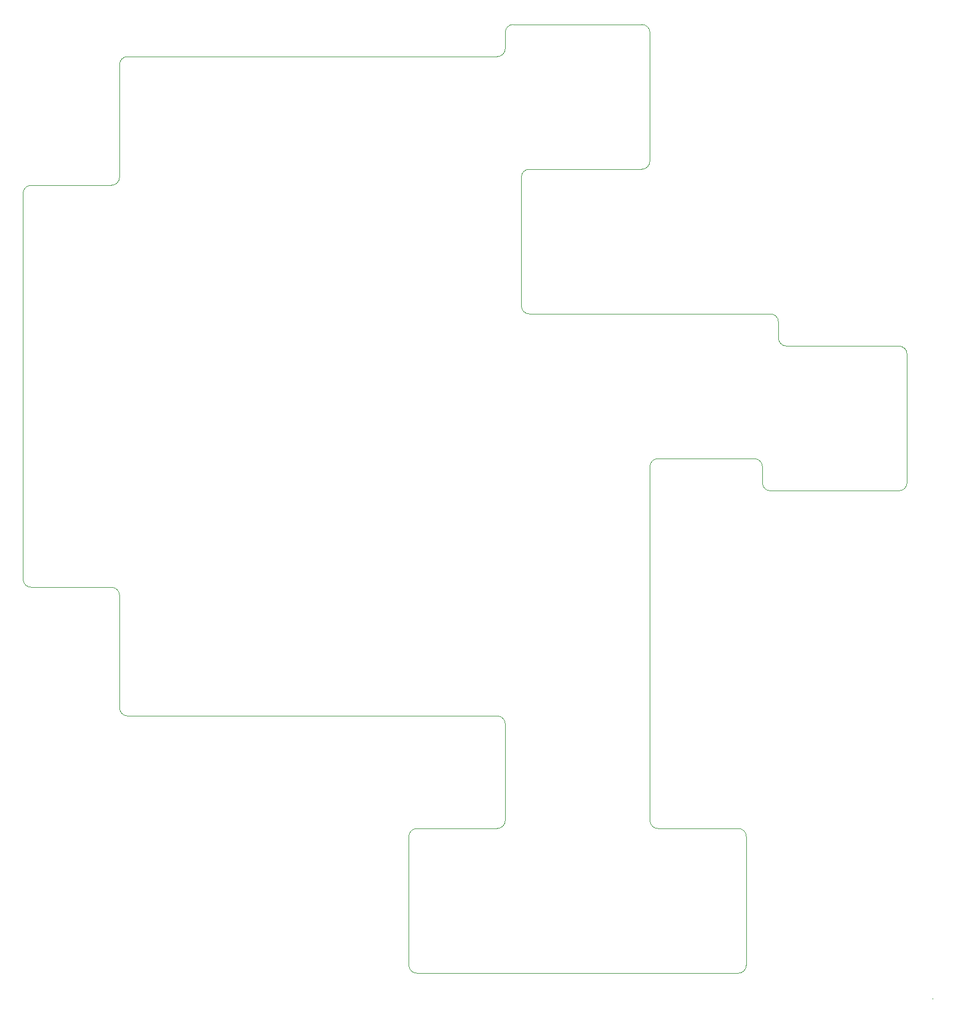
<source format=gbr>
G04 #@! TF.GenerationSoftware,KiCad,Pcbnew,(6.0.1)*
G04 #@! TF.CreationDate,2022-02-27T23:30:46-05:00*
G04 #@! TF.ProjectId,keyboard,6b657962-6f61-4726-942e-6b696361645f,rev?*
G04 #@! TF.SameCoordinates,Original*
G04 #@! TF.FileFunction,Profile,NP*
%FSLAX46Y46*%
G04 Gerber Fmt 4.6, Leading zero omitted, Abs format (unit mm)*
G04 Created by KiCad (PCBNEW (6.0.1)) date 2022-02-27 23:30:46*
%MOMM*%
%LPD*%
G01*
G04 APERTURE LIST*
G04 #@! TA.AperFunction,Profile*
%ADD10C,0.100000*%
G04 #@! TD*
G04 #@! TA.AperFunction,Profile*
%ADD11C,0.200000*%
G04 #@! TD*
G04 APERTURE END LIST*
D10*
X303609375Y-130968750D02*
X303609375Y-116681250D01*
X316706250Y-234553125D02*
X304800000Y-234553125D01*
X316706250Y-255984375D02*
G75*
G03*
X317896875Y-254793750I0J1190625D01*
G01*
X320278125Y-180975000D02*
X320278125Y-183356250D01*
X322659375Y-161925000D02*
G75*
G03*
X323850000Y-163115625I1190625J0D01*
G01*
X211931250Y-139303125D02*
G75*
G03*
X210740625Y-140493750I0J-1190625D01*
G01*
X284559375Y-157162500D02*
G75*
G03*
X285750000Y-158353125I1190625J0D01*
G01*
X303609375Y-233362500D02*
X303609375Y-180975000D01*
X242887500Y-120253125D02*
X280987500Y-120253125D01*
X280987500Y-120253125D02*
G75*
G03*
X282178125Y-119062500I0J1190625D01*
G01*
X304800000Y-179784375D02*
X319087500Y-179784375D01*
X282178125Y-219075000D02*
X282178125Y-233362500D01*
X317896875Y-254793750D02*
X317896875Y-235743750D01*
X226218750Y-217884375D02*
X280987500Y-217884375D01*
X341709375Y-183356250D02*
X341709375Y-178593750D01*
X303609375Y-233362500D02*
G75*
G03*
X304800000Y-234553125I1190625J0D01*
G01*
X284559375Y-141684375D02*
X284559375Y-138112500D01*
X225028125Y-200025000D02*
G75*
G03*
X223837500Y-198834375I-1190625J0D01*
G01*
X226218750Y-120253125D02*
X242887500Y-120253125D01*
X211931250Y-198834375D02*
X223837500Y-198834375D01*
X317896875Y-235743750D02*
G75*
G03*
X316706250Y-234553125I-1190625J0D01*
G01*
X210740625Y-197643750D02*
G75*
G03*
X211931250Y-198834375I1190625J0D01*
G01*
X225028125Y-216693750D02*
G75*
G03*
X226218750Y-217884375I1190625J0D01*
G01*
X302418750Y-136921875D02*
G75*
G03*
X303609375Y-135731250I0J1190625D01*
G01*
X304800000Y-179784375D02*
G75*
G03*
X303609375Y-180975000I0J-1190625D01*
G01*
X282178125Y-219075000D02*
G75*
G03*
X280987500Y-217884375I-1190625J0D01*
G01*
X280987500Y-234553125D02*
X269081250Y-234553125D01*
X225028125Y-121443750D02*
X225028125Y-138112500D01*
X285750000Y-136921875D02*
X302418750Y-136921875D01*
X341709375Y-164306250D02*
G75*
G03*
X340518750Y-163115625I-1190625J0D01*
G01*
X223837500Y-139303125D02*
G75*
G03*
X225028125Y-138112500I0J1190625D01*
G01*
X320278125Y-183356250D02*
G75*
G03*
X321468750Y-184546875I1190625J0D01*
G01*
X280987500Y-234553125D02*
G75*
G03*
X282178125Y-233362500I0J1190625D01*
G01*
X282178125Y-119062500D02*
X282178125Y-116681250D01*
X321468750Y-184546875D02*
X340518750Y-184546875D01*
X341709375Y-178593750D02*
X341709375Y-164306250D01*
X284559375Y-141684375D02*
X284559375Y-157162500D01*
D11*
X345518751Y-259793750D02*
G75*
G03*
X345518751Y-259793750I-1J0D01*
G01*
D10*
X269081250Y-255984375D02*
X316706250Y-255984375D01*
X322659375Y-161925000D02*
X322659375Y-159543750D01*
X267890625Y-254793750D02*
G75*
G03*
X269081250Y-255984375I1190625J0D01*
G01*
X226218750Y-120253125D02*
G75*
G03*
X225028125Y-121443750I0J-1190625D01*
G01*
X223837500Y-139303125D02*
X211931250Y-139303125D01*
X340518750Y-163115625D02*
X323850000Y-163115625D01*
X267890625Y-235743750D02*
X267890625Y-254793750D01*
X285750000Y-136921875D02*
G75*
G03*
X284559375Y-138112500I0J-1190625D01*
G01*
X303609375Y-135731250D02*
X303609375Y-130968750D01*
X225028125Y-200025000D02*
X225028125Y-216693750D01*
X303609375Y-116681250D02*
G75*
G03*
X302418750Y-115490625I-1190625J0D01*
G01*
X269081250Y-234553125D02*
G75*
G03*
X267890625Y-235743750I0J-1190625D01*
G01*
X340518750Y-184546875D02*
G75*
G03*
X341709375Y-183356250I0J1190625D01*
G01*
X283368750Y-115490625D02*
G75*
G03*
X282178125Y-116681250I0J-1190625D01*
G01*
X322659375Y-159543750D02*
G75*
G03*
X321468750Y-158353125I-1190625J0D01*
G01*
X320278125Y-180975000D02*
G75*
G03*
X319087500Y-179784375I-1190625J0D01*
G01*
X285750000Y-158353125D02*
X321468750Y-158353125D01*
X210740625Y-140493750D02*
X210740625Y-197643750D01*
X283368750Y-115490625D02*
X302418750Y-115490625D01*
M02*

</source>
